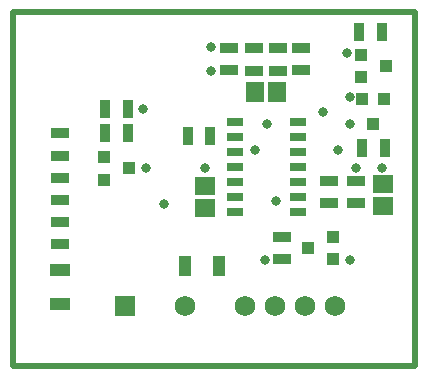
<source format=gts>
G04*
G04 #@! TF.GenerationSoftware,Altium Limited,CircuitStudio,1.5.2 (1.5.2.30)*
G04*
G04 Layer_Color=20142*
%FSLAX44Y44*%
%MOMM*%
G71*
G01*
G75*
%ADD20C,0.5000*%
%ADD30R,1.1176X1.0160*%
%ADD31R,1.0160X1.1176*%
%ADD32R,0.9032X1.5032*%
%ADD33R,1.5032X0.9032*%
%ADD34R,1.5032X1.8032*%
%ADD35R,1.1032X1.8032*%
%ADD36R,1.8032X1.5032*%
%ADD37R,1.8032X1.1032*%
%ADD38R,1.3832X0.7832*%
%ADD39C,1.7272*%
%ADD40R,1.7272X1.7272*%
%ADD41C,0.8032*%
D20*
X260000Y250000D02*
X600000D01*
Y550000D01*
X260000D02*
X600000D01*
X260000Y250000D02*
Y550000D01*
D30*
X575388Y504076D02*
D03*
X554212Y494424D02*
D03*
Y513576D02*
D03*
X358088Y417576D02*
D03*
X336912Y407924D02*
D03*
Y427076D02*
D03*
X509412Y349924D02*
D03*
X530588Y359576D02*
D03*
Y340424D02*
D03*
D31*
X564876Y455312D02*
D03*
X555224Y476488D02*
D03*
X574376D02*
D03*
D32*
X572000Y532500D02*
D03*
X553000D02*
D03*
X574500Y435000D02*
D03*
X555500D02*
D03*
X357000Y447500D02*
D03*
X338000D02*
D03*
Y467500D02*
D03*
X357000D02*
D03*
X427000Y445000D02*
D03*
X408000D02*
D03*
D33*
X463720Y500210D02*
D03*
Y519210D02*
D03*
X484040D02*
D03*
Y500210D02*
D03*
X442500Y519500D02*
D03*
Y500500D02*
D03*
X504000Y500250D02*
D03*
Y519250D02*
D03*
X300000Y447000D02*
D03*
Y428000D02*
D03*
Y409500D02*
D03*
Y390500D02*
D03*
Y372000D02*
D03*
Y353000D02*
D03*
X487500Y340500D02*
D03*
Y359500D02*
D03*
X550000Y388000D02*
D03*
Y407000D02*
D03*
X527500D02*
D03*
Y388000D02*
D03*
D34*
X464380Y481730D02*
D03*
X483380D02*
D03*
D35*
X405500Y335000D02*
D03*
X434500D02*
D03*
D36*
X573490Y404200D02*
D03*
Y385200D02*
D03*
X422710Y402410D02*
D03*
Y383410D02*
D03*
D37*
X299330Y331170D02*
D03*
Y302170D02*
D03*
D38*
X447990Y380610D02*
D03*
Y393310D02*
D03*
Y406010D02*
D03*
Y418710D02*
D03*
Y431410D02*
D03*
Y444110D02*
D03*
Y456810D02*
D03*
X501190D02*
D03*
Y444110D02*
D03*
Y431410D02*
D03*
Y418710D02*
D03*
Y406010D02*
D03*
Y393310D02*
D03*
Y380610D02*
D03*
D39*
X481330Y300990D02*
D03*
X455930D02*
D03*
X405130D02*
D03*
X506730D02*
D03*
X532130D02*
D03*
D40*
X354330D02*
D03*
D41*
X475000Y455000D02*
D03*
X522500Y465000D02*
D03*
X545000Y455000D02*
D03*
X535000Y432500D02*
D03*
X545000Y477500D02*
D03*
X542500Y515000D02*
D03*
X427500Y500000D02*
D03*
X465000Y432500D02*
D03*
X427500Y520000D02*
D03*
X387500Y387500D02*
D03*
X482500Y390000D02*
D03*
X372500Y417500D02*
D03*
X370000Y467500D02*
D03*
X422710Y417290D02*
D03*
X473500Y340000D02*
D03*
X572500Y418020D02*
D03*
X550000Y417500D02*
D03*
X545000Y340000D02*
D03*
M02*

</source>
